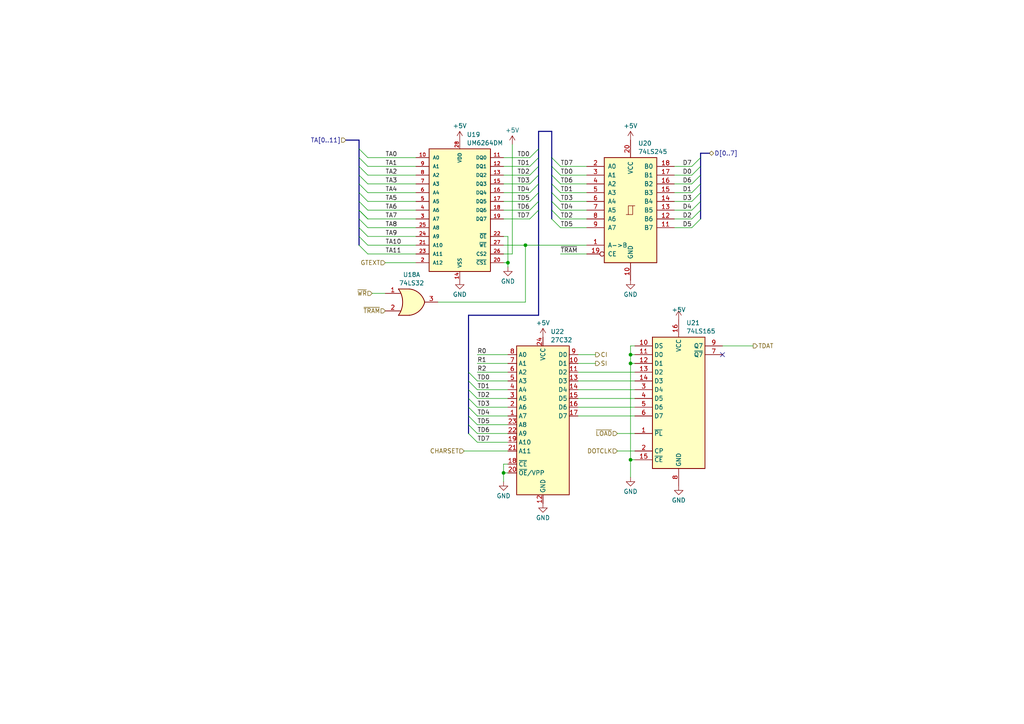
<source format=kicad_sch>
(kicad_sch (version 20231120) (generator "eeschema") (generator_version "8.0")
  (paper "A4")
  (lib_symbols
    (symbol "74xx:74LS165"
      (property "Reference" "U" (at -7.62 19.05 0))
      (property "Value" "74LS165" (at -7.62 -21.59 0))
      (symbol "74LS165_1_0"
        (pin input line (at -12.7 -10.16 0) (length 5.08) (name "~{PL}") (number "1"))
        (pin input line (at -12.7 15.24 0) (length 5.08) (name "DS") (number "10"))
        (pin input line (at -12.7 12.7 0) (length 5.08) (name "D0") (number "11"))
        (pin input line (at -12.7 10.16 0) (length 5.08) (name "D1") (number "12"))
        (pin input line (at -12.7 7.62 0) (length 5.08) (name "D2") (number "13"))
        (pin input line (at -12.7 5.08 0) (length 5.08) (name "D3") (number "14"))
        (pin input line (at -12.7 -17.78 0) (length 5.08) (name "~{CE}") (number "15"))
        (pin power_in line (at 0 22.86 270) (length 5.08) (name "VCC") (number "16"))
        (pin input line (at -12.7 -15.24 0) (length 5.08) (name "CP") (number "2"))
        (pin input line (at -12.7 2.54 0) (length 5.08) (name "D4") (number "3"))
        (pin input line (at -12.7 0 0) (length 5.08) (name "D5") (number "4"))
        (pin input line (at -12.7 -2.54 0) (length 5.08) (name "D6") (number "5"))
        (pin input line (at -12.7 -5.08 0) (length 5.08) (name "D7") (number "6"))
        (pin output line (at 12.7 12.7 180) (length 5.08) (name "~{Q7}") (number "7"))
        (pin power_in line (at 0 -25.4 90) (length 5.08) (name "GND") (number "8"))
        (pin output line (at 12.7 15.24 180) (length 5.08) (name "Q7") (number "9"))
      )
      (symbol "74LS165_1_1"
        (rectangle (start -7.62 17.78) (end 7.62 -20.32) (stroke (width 0.254)) (fill (type background)))
      )
    )
    (symbol "74xx:74LS245" (pin_names (offset 1.016))
      (property "Reference" "U" (at -7.62 16.51 0))
      (property "Value" "74LS245" (at -7.62 -16.51 0))
      (symbol "74LS245_1_0"
        (polyline (pts (xy -0.635 -1.27) (xy -0.635 1.27) (xy 0.635 1.27)))
        (polyline (pts (xy -1.27 -1.27) (xy 0.635 -1.27) (xy 0.635 1.27) (xy 1.27 1.27)))
        (pin input line (at -12.7 -10.16 0) (length 5.08) (name "A->B") (number "1"))
        (pin power_in line (at 0 -20.32 90) (length 5.08) (name "GND") (number "10"))
        (pin tri_state line (at 12.7 -5.08 180) (length 5.08) (name "B7") (number "11"))
        (pin tri_state line (at 12.7 -2.54 180) (length 5.08) (name "B6") (number "12"))
        (pin tri_state line (at 12.7 0 180) (length 5.08) (name "B5") (number "13"))
        (pin tri_state line (at 12.7 2.54 180) (length 5.08) (name "B4") (number "14"))
        (pin tri_state line (at 12.7 5.08 180) (length 5.08) (name "B3") (number "15"))
        (pin tri_state line (at 12.7 7.62 180) (length 5.08) (name "B2") (number "16"))
        (pin tri_state line (at 12.7 10.16 180) (length 5.08) (name "B1") (number "17"))
        (pin tri_state line (at 12.7 12.7 180) (length 5.08) (name "B0") (number "18"))
        (pin input inverted (at -12.7 -12.7 0) (length 5.08) (name "CE") (number "19"))
        (pin tri_state line (at -12.7 12.7 0) (length 5.08) (name "A0") (number "2"))
        (pin power_in line (at 0 20.32 270) (length 5.08) (name "VCC") (number "20"))
        (pin tri_state line (at -12.7 10.16 0) (length 5.08) (name "A1") (number "3"))
        (pin tri_state line (at -12.7 7.62 0) (length 5.08) (name "A2") (number "4"))
        (pin tri_state line (at -12.7 5.08 0) (length 5.08) (name "A3") (number "5"))
        (pin tri_state line (at -12.7 2.54 0) (length 5.08) (name "A4") (number "6"))
        (pin tri_state line (at -12.7 0 0) (length 5.08) (name "A5") (number "7"))
        (pin tri_state line (at -12.7 -2.54 0) (length 5.08) (name "A6") (number "8"))
        (pin tri_state line (at -12.7 -5.08 0) (length 5.08) (name "A7") (number "9"))
      )
      (symbol "74LS245_1_1"
        (rectangle (start -7.62 15.24) (end 7.62 -15.24) (stroke (width 0.254)) (fill (type background)))
      )
    )
    (symbol "74xx:74LS32" (pin_names (offset 1.016))
      (property "Reference" "U" (at 0 1.27 0))
      (property "Value" "74LS32" (at 0 -1.27 0))
      (symbol "74LS32_1_1"
        (arc (start -3.81 -3.81) (mid -2.589 0) (end -3.81 3.81) (stroke (width 0.254)))
        (arc (start -0.6096 -3.81) (mid 2.1842 -2.5851) (end 3.81 0) (stroke (width 0.254)) (fill (type background)))
        (polyline (pts (xy -3.81 -3.81) (xy -0.635 -3.81)) (stroke (width 0.254)) (fill (type background)))
        (polyline (pts (xy -3.81 3.81) (xy -0.635 3.81)) (stroke (width 0.254)) (fill (type background)))
        (polyline (pts (xy -0.635 3.81) (xy -3.81 3.81) (xy -3.81 3.81) (xy -3.556 3.4036) (xy -3.0226 2.2606) (xy -2.6924 1.0414) (xy -2.6162 -0.254) (xy -2.7686 -1.4986) (xy -3.175 -2.7178) (xy -3.81 -3.81) (xy -3.81 -3.81) (xy -0.635 -3.81)) (stroke (width -25.4)) (fill (type background)))
        (arc (start 3.81 0) (mid 2.1915 2.5936) (end -0.6096 3.81) (stroke (width 0.254)) (fill (type background)))
        (pin input line (at -7.62 2.54 0) (length 4.318) (name "~") (number "1"))
        (pin input line (at -7.62 -2.54 0) (length 4.318) (name "~") (number "2"))
        (pin output line (at 7.62 0 180) (length 3.81) (name "~") (number "3"))
      )
      (symbol "74LS32_1_2"
        (arc (start 0 -3.81) (mid 3.7934 0) (end 0 3.81) (stroke (width 0.254)) (fill (type background)))
        (polyline (pts (xy 0 3.81) (xy -3.81 3.81) (xy -3.81 -3.81) (xy 0 -3.81)) (stroke (width 0.254)) (fill (type background)))
        (pin input inverted (at -7.62 2.54 0) (length 3.81) (name "~") (number "1"))
        (pin input inverted (at -7.62 -2.54 0) (length 3.81) (name "~") (number "2"))
        (pin output inverted (at 7.62 0 180) (length 3.81) (name "~") (number "3"))
      )
      (symbol "74LS32_2_1"
        (arc (start -3.81 -3.81) (mid -2.589 0) (end -3.81 3.81) (stroke (width 0.254)))
        (arc (start -0.6096 -3.81) (mid 2.1842 -2.5851) (end 3.81 0) (stroke (width 0.254)) (fill (type background)))
        (polyline (pts (xy -3.81 -3.81) (xy -0.635 -3.81)) (stroke (width 0.254)) (fill (type background)))
        (polyline (pts (xy -3.81 3.81) (xy -0.635 3.81)) (stroke (width 0.254)) (fill (type background)))
        (polyline (pts (xy -0.635 3.81) (xy -3.81 3.81) (xy -3.81 3.81) (xy -3.556 3.4036) (xy -3.0226 2.2606) (xy -2.6924 1.0414) (xy -2.6162 -0.254) (xy -2.7686 -1.4986) (xy -3.175 -2.7178) (xy -3.81 -3.81) (xy -3.81 -3.81) (xy -0.635 -3.81)) (stroke (width -25.4)) (fill (type background)))
        (arc (start 3.81 0) (mid 2.1915 2.5936) (end -0.6096 3.81) (stroke (width 0.254)) (fill (type background)))
        (pin input line (at -7.62 2.54 0) (length 4.318) (name "~") (number "4"))
        (pin input line (at -7.62 -2.54 0) (length 4.318) (name "~") (number "5"))
        (pin output line (at 7.62 0 180) (length 3.81) (name "~") (number "6"))
      )
      (symbol "74LS32_2_2"
        (arc (start 0 -3.81) (mid 3.7934 0) (end 0 3.81) (stroke (width 0.254)) (fill (type background)))
        (polyline (pts (xy 0 3.81) (xy -3.81 3.81) (xy -3.81 -3.81) (xy 0 -3.81)) (stroke (width 0.254)) (fill (type background)))
        (pin input inverted (at -7.62 2.54 0) (length 3.81) (name "~") (number "4"))
        (pin input inverted (at -7.62 -2.54 0) (length 3.81) (name "~") (number "5"))
        (pin output inverted (at 7.62 0 180) (length 3.81) (name "~") (number "6"))
      )
      (symbol "74LS32_3_1"
        (arc (start -3.81 -3.81) (mid -2.589 0) (end -3.81 3.81) (stroke (width 0.254)))
        (arc (start -0.6096 -3.81) (mid 2.1842 -2.5851) (end 3.81 0) (stroke (width 0.254)) (fill (type background)))
        (polyline (pts (xy -3.81 -3.81) (xy -0.635 -3.81)) (stroke (width 0.254)) (fill (type background)))
        (polyline (pts (xy -3.81 3.81) (xy -0.635 3.81)) (stroke (width 0.254)) (fill (type background)))
        (polyline (pts (xy -0.635 3.81) (xy -3.81 3.81) (xy -3.81 3.81) (xy -3.556 3.4036) (xy -3.0226 2.2606) (xy -2.6924 1.0414) (xy -2.6162 -0.254) (xy -2.7686 -1.4986) (xy -3.175 -2.7178) (xy -3.81 -3.81) (xy -3.81 -3.81) (xy -0.635 -3.81)) (stroke (width -25.4)) (fill (type background)))
        (arc (start 3.81 0) (mid 2.1915 2.5936) (end -0.6096 3.81) (stroke (width 0.254)) (fill (type background)))
        (pin input line (at -7.62 -2.54 0) (length 4.318) (name "~") (number "10"))
        (pin output line (at 7.62 0 180) (length 3.81) (name "~") (number "8"))
        (pin input line (at -7.62 2.54 0) (length 4.318) (name "~") (number "9"))
      )
      (symbol "74LS32_3_2"
        (arc (start 0 -3.81) (mid 3.7934 0) (end 0 3.81) (stroke (width 0.254)) (fill (type background)))
        (polyline (pts (xy 0 3.81) (xy -3.81 3.81) (xy -3.81 -3.81) (xy 0 -3.81)) (stroke (width 0.254)) (fill (type background)))
        (pin input inverted (at -7.62 -2.54 0) (length 3.81) (name "~") (number "10"))
        (pin output inverted (at 7.62 0 180) (length 3.81) (name "~") (number "8"))
        (pin input inverted (at -7.62 2.54 0) (length 3.81) (name "~") (number "9"))
      )
      (symbol "74LS32_4_1"
        (arc (start -3.81 -3.81) (mid -2.589 0) (end -3.81 3.81) (stroke (width 0.254)))
        (arc (start -0.6096 -3.81) (mid 2.1842 -2.5851) (end 3.81 0) (stroke (width 0.254)) (fill (type background)))
        (polyline (pts (xy -3.81 -3.81) (xy -0.635 -3.81)) (stroke (width 0.254)) (fill (type background)))
        (polyline (pts (xy -3.81 3.81) (xy -0.635 3.81)) (stroke (width 0.254)) (fill (type background)))
        (polyline (pts (xy -0.635 3.81) (xy -3.81 3.81) (xy -3.81 3.81) (xy -3.556 3.4036) (xy -3.0226 2.2606) (xy -2.6924 1.0414) (xy -2.6162 -0.254) (xy -2.7686 -1.4986) (xy -3.175 -2.7178) (xy -3.81 -3.81) (xy -3.81 -3.81) (xy -0.635 -3.81)) (stroke (width -25.4)) (fill (type background)))
        (arc (start 3.81 0) (mid 2.1915 2.5936) (end -0.6096 3.81) (stroke (width 0.254)) (fill (type background)))
        (pin output line (at 7.62 0 180) (length 3.81) (name "~") (number "11"))
        (pin input line (at -7.62 2.54 0) (length 4.318) (name "~") (number "12"))
        (pin input line (at -7.62 -2.54 0) (length 4.318) (name "~") (number "13"))
      )
      (symbol "74LS32_4_2"
        (arc (start 0 -3.81) (mid 3.7934 0) (end 0 3.81) (stroke (width 0.254)) (fill (type background)))
        (polyline (pts (xy 0 3.81) (xy -3.81 3.81) (xy -3.81 -3.81) (xy 0 -3.81)) (stroke (width 0.254)) (fill (type background)))
        (pin output inverted (at 7.62 0 180) (length 3.81) (name "~") (number "11"))
        (pin input inverted (at -7.62 2.54 0) (length 3.81) (name "~") (number "12"))
        (pin input inverted (at -7.62 -2.54 0) (length 3.81) (name "~") (number "13"))
      )
      (symbol "74LS32_5_0"
        (pin power_in line (at 0 12.7 270) (length 5.08) (name "VCC") (number "14"))
        (pin power_in line (at 0 -12.7 90) (length 5.08) (name "GND") (number "7"))
      )
      (symbol "74LS32_5_1"
        (rectangle (start -5.08 7.62) (end 5.08 -7.62) (stroke (width 0.254)) (fill (type background)))
      )
    )
    (symbol "my_ics_new:27C32"
      (property "Reference" "U" (at -8.255 26.67 0))
      (property "Value" "27C32" (at -8.89 24.13 0))
      (symbol "27C32_1_1"
        (rectangle (start -7.62 22.86) (end 7.62 -20.32) (stroke (width 0.254)) (fill (type background)))
        (pin input line (at -10.16 2.54 0) (length 2.54) (name "A7") (number "1"))
        (pin tri_state line (at 10.16 17.78 180) (length 2.54) (name "D1") (number "10"))
        (pin tri_state line (at 10.16 15.24 180) (length 2.54) (name "D2") (number "11"))
        (pin power_in line (at 0 -22.86 90) (length 2.54) (name "GND") (number "12"))
        (pin tri_state line (at 10.16 12.7 180) (length 2.54) (name "D3") (number "13"))
        (pin tri_state line (at 10.16 10.16 180) (length 2.54) (name "D4") (number "14"))
        (pin tri_state line (at 10.16 7.62 180) (length 2.54) (name "D5") (number "15"))
        (pin tri_state line (at 10.16 5.08 180) (length 2.54) (name "D6") (number "16"))
        (pin tri_state line (at 10.16 2.54 180) (length 2.54) (name "D7") (number "17"))
        (pin input line (at -10.16 -11.43 0) (length 2.54) (name "~{CE}") (number "18"))
        (pin input line (at -10.16 -5.08 0) (length 2.54) (name "A10") (number "19"))
        (pin input line (at -10.16 5.08 0) (length 2.54) (name "A6") (number "2"))
        (pin input line (at -10.16 -13.97 0) (length 2.54) (name "~{OE}/VPP") (number "20"))
        (pin input line (at -10.16 -7.62 0) (length 2.54) (name "A11") (number "21"))
        (pin input line (at -10.16 -2.54 0) (length 2.54) (name "A9") (number "22"))
        (pin input line (at -10.16 0 0) (length 2.54) (name "A8") (number "23"))
        (pin power_in line (at 0 25.4 270) (length 2.54) (name "VCC") (number "24"))
        (pin no_connect line (at 7.62 0 180) (length 2.54) hide (name "NC") (number "26"))
        (pin input line (at -10.16 7.62 0) (length 2.54) (name "A5") (number "3"))
        (pin input line (at -10.16 10.16 0) (length 2.54) (name "A4") (number "4"))
        (pin input line (at -10.16 12.7 0) (length 2.54) (name "A3") (number "5"))
        (pin input line (at -10.16 15.24 0) (length 2.54) (name "A2") (number "6"))
        (pin input line (at -10.16 17.78 0) (length 2.54) (name "A1") (number "7"))
        (pin input line (at -10.16 20.32 0) (length 2.54) (name "A0") (number "8"))
        (pin tri_state line (at 10.16 20.32 180) (length 2.54) (name "D0") (number "9"))
      )
    )
    (symbol "my_ics_new:UM6264DM" (pin_names (offset 1.016))
      (property "Reference" "U" (at -7.62 19.05 0))
      (property "Value" "UM6264DM" (at 7.62 -19.05 0))
      (symbol "UM6264DM_0_1"
        (rectangle (start -8.89 17.78) (end 8.89 -17.78) (stroke (width 0.254)) (fill (type background)))
      )
      (symbol "UM6264DM_1_1"
        (pin input line (at -12.7 15.24 0) (length 3.81) (name "A0") (number "10"))
        (pin bidirectional line (at 12.7 15.24 180) (length 3.81) (name "DQ0") (number "11"))
        (pin bidirectional line (at 12.7 12.7 180) (length 3.81) (name "DQ1") (number "12"))
        (pin bidirectional line (at 12.7 10.16 180) (length 3.81) (name "DQ2") (number "13"))
        (pin power_in line (at 0 -20.32 90) (length 2.54) (name "VSS") (number "14"))
        (pin bidirectional line (at 12.7 7.62 180) (length 3.81) (name "DQ3") (number "15"))
        (pin bidirectional line (at 12.7 5.08 180) (length 3.81) (name "DQ4") (number "16"))
        (pin bidirectional line (at 12.7 2.54 180) (length 3.81) (name "DQ5") (number "17"))
        (pin bidirectional line (at 12.7 0 180) (length 3.81) (name "DQ6") (number "18"))
        (pin bidirectional line (at 12.7 -2.54 180) (length 3.81) (name "DQ7") (number "19"))
        (pin input line (at -12.7 -15.24 0) (length 3.81) (name "A12") (number "2"))
        (pin bidirectional line (at 12.7 -15.24 180) (length 3.81) (name "~{CS1}") (number "20"))
        (pin input line (at -12.7 -10.16 0) (length 3.81) (name "A10") (number "21"))
        (pin input line (at 12.7 -7.62 180) (length 3.81) (name "~{OE}") (number "22"))
        (pin input line (at -12.7 -12.7 0) (length 3.81) (name "A11") (number "23"))
        (pin input line (at -12.7 -7.62 0) (length 3.81) (name "A9") (number "24"))
        (pin input line (at -12.7 -5.08 0) (length 3.81) (name "A8") (number "25"))
        (pin bidirectional line (at 12.7 -12.7 180) (length 3.81) (name "CS2") (number "26"))
        (pin input line (at 12.7 -10.16 180) (length 3.81) (name "~{WE}") (number "27"))
        (pin power_in line (at 0 20.32 270) (length 2.54) (name "VDD") (number "28"))
        (pin input line (at -12.7 -2.54 0) (length 3.81) (name "A7") (number "3"))
        (pin input line (at -12.7 0 0) (length 3.81) (name "A6") (number "4"))
        (pin input line (at -12.7 2.54 0) (length 3.81) (name "A5") (number "5"))
        (pin input line (at -12.7 5.08 0) (length 3.81) (name "A4") (number "6"))
        (pin input line (at -12.7 7.62 0) (length 3.81) (name "A3") (number "7"))
        (pin input line (at -12.7 10.16 0) (length 3.81) (name "A2") (number "8"))
        (pin input line (at -12.7 12.7 0) (length 3.81) (name "A1") (number "9"))
      )
    )
    (symbol "power:+5V" (power) (pin_names (offset 0))
      (property "Value" "+5V" (at 0 3.556 0))
      (symbol "+5V_0_1"
        (polyline (pts (xy -0.762 1.27) (xy 0 2.54)))
        (polyline (pts (xy 0 0) (xy 0 2.54)))
        (polyline (pts (xy 0 2.54) (xy 0.762 1.27)))
      )
      (symbol "+5V_1_1"
        (pin power_in line (at 0 0 90) (length 0) hide (name "+5V") (number "1"))
      )
    )
    (symbol "power:GND" (power) (pin_names (offset 0))
      (property "Value" "GND" (at 0 -3.81 0))
      (symbol "GND_0_1"
        (polyline (pts (xy 0 0) (xy 0 -1.27) (xy 1.27 -1.27) (xy 0 -2.54) (xy -1.27 -1.27) (xy 0 -1.27)))
      )
      (symbol "GND_1_1"
        (pin power_in line (at 0 0 270) (length 0) hide (name "GND") (number "1"))
      )
    )
  )
  (junction (at 182.88 105.41))
  (junction (at 147.32 76.2))
  (junction (at 182.88 102.87))
  (junction (at 182.88 133.35))
  (junction (at 146.05 137.16))
  (junction (at 152.4 71.12))
  (no_connect (at 209.55 102.87))
  (bus_entry (at 104.14 68.58) (size 2.54 2.54))
  (bus_entry (at 156.21 60.96) (size -2.54 2.54))
  (bus_entry (at 203.2 53.34) (size -2.54 2.54))
  (bus_entry (at 135.89 123.19) (size 2.54 2.54))
  (bus_entry (at 156.21 53.34) (size -2.54 2.54))
  (bus_entry (at 160.02 53.34) (size 2.54 2.54))
  (bus_entry (at 135.89 113.03) (size 2.54 2.54))
  (bus_entry (at 135.89 120.65) (size 2.54 2.54))
  (bus_entry (at 104.14 60.96) (size 2.54 2.54))
  (bus_entry (at 104.14 55.88) (size 2.54 2.54))
  (bus_entry (at 104.14 43.18) (size 2.54 2.54))
  (bus_entry (at 203.2 55.88) (size -2.54 2.54))
  (bus_entry (at 160.02 48.26) (size 2.54 2.54))
  (bus_entry (at 104.14 63.5) (size 2.54 2.54))
  (bus_entry (at 104.14 66.04) (size 2.54 2.54))
  (bus_entry (at 135.89 107.95) (size 2.54 2.54))
  (bus_entry (at 135.89 115.57) (size 2.54 2.54))
  (bus_entry (at 135.89 125.73) (size 2.54 2.54))
  (bus_entry (at 156.21 45.72) (size -2.54 2.54))
  (bus_entry (at 104.14 71.12) (size 2.54 2.54))
  (bus_entry (at 160.02 60.96) (size 2.54 2.54))
  (bus_entry (at 104.14 45.72) (size 2.54 2.54))
  (bus_entry (at 160.02 45.72) (size 2.54 2.54))
  (bus_entry (at 104.14 53.34) (size 2.54 2.54))
  (bus_entry (at 203.2 58.42) (size -2.54 2.54))
  (bus_entry (at 160.02 63.5) (size 2.54 2.54))
  (bus_entry (at 104.14 58.42) (size 2.54 2.54))
  (bus_entry (at 135.89 110.49) (size 2.54 2.54))
  (bus_entry (at 135.89 118.11) (size 2.54 2.54))
  (bus_entry (at 160.02 55.88) (size 2.54 2.54))
  (bus_entry (at 203.2 48.26) (size -2.54 2.54))
  (bus_entry (at 156.21 55.88) (size -2.54 2.54))
  (bus_entry (at 104.14 50.8) (size 2.54 2.54))
  (bus_entry (at 156.21 58.42) (size -2.54 2.54))
  (bus_entry (at 104.14 48.26) (size 2.54 2.54))
  (bus_entry (at 156.21 43.18) (size -2.54 2.54))
  (bus_entry (at 160.02 50.8) (size 2.54 2.54))
  (bus_entry (at 160.02 58.42) (size 2.54 2.54))
  (bus_entry (at 156.21 50.8) (size -2.54 2.54))
  (bus_entry (at 203.2 63.5) (size -2.54 2.54))
  (bus_entry (at 104.14 60.96) (size 2.54 2.54))
  (bus_entry (at 156.21 48.26) (size -2.54 2.54))
  (bus_entry (at 203.2 45.72) (size -2.54 2.54))
  (bus_entry (at 203.2 60.96) (size -2.54 2.54))
  (bus_entry (at 203.2 50.8) (size -2.54 2.54))
  (wire (pts (xy 209.55 100.33) (xy 218.44 100.33)))
  (wire (pts (xy 195.58 63.5) (xy 200.66 63.5)))
  (wire (pts (xy 182.88 105.41) (xy 182.88 133.35)))
  (wire (pts (xy 146.05 134.62) (xy 146.05 137.16)))
  (wire (pts (xy 162.56 60.96) (xy 170.18 60.96)))
  (bus (pts (xy 135.89 120.65) (xy 135.89 123.19)))
  (bus (pts (xy 135.89 113.03) (xy 135.89 115.57)))
  (wire (pts (xy 138.43 120.65) (xy 147.32 120.65)))
  (wire (pts (xy 167.64 113.03) (xy 184.15 113.03)))
  (wire (pts (xy 153.67 53.34) (xy 146.05 53.34)))
  (bus (pts (xy 160.02 63.5) (xy 160.02 60.96)))
  (wire (pts (xy 162.56 53.34) (xy 170.18 53.34)))
  (wire (pts (xy 152.4 71.12) (xy 170.18 71.12)))
  (wire (pts (xy 148.59 41.91) (xy 148.59 73.66)))
  (bus (pts (xy 135.89 107.95) (xy 135.89 110.49)))
  (bus (pts (xy 104.14 40.64) (xy 104.14 43.18)))
  (wire (pts (xy 146.05 137.16) (xy 147.32 137.16)))
  (wire (pts (xy 138.43 110.49) (xy 147.32 110.49)))
  (wire (pts (xy 146.05 71.12) (xy 152.4 71.12)))
  (bus (pts (xy 104.14 68.58) (xy 104.14 71.12)))
  (wire (pts (xy 146.05 73.66) (xy 148.59 73.66)))
  (bus (pts (xy 156.21 45.72) (xy 156.21 48.26)))
  (bus (pts (xy 205.74 44.45) (xy 203.2 44.45)))
  (bus (pts (xy 160.02 53.34) (xy 160.02 50.8)))
  (bus (pts (xy 203.2 48.26) (xy 203.2 50.8)))
  (wire (pts (xy 167.64 110.49) (xy 184.15 110.49)))
  (wire (pts (xy 162.56 58.42) (xy 170.18 58.42)))
  (wire (pts (xy 182.88 102.87) (xy 184.15 102.87)))
  (wire (pts (xy 182.88 133.35) (xy 182.88 138.43)))
  (wire (pts (xy 182.88 102.87) (xy 182.88 105.41)))
  (wire (pts (xy 182.88 100.33) (xy 182.88 102.87)))
  (wire (pts (xy 138.43 105.41) (xy 147.32 105.41)))
  (wire (pts (xy 106.68 60.96) (xy 120.65 60.96)))
  (bus (pts (xy 203.2 60.96) (xy 203.2 63.5)))
  (bus (pts (xy 160.02 50.8) (xy 160.02 48.26)))
  (bus (pts (xy 156.21 53.34) (xy 156.21 55.88)))
  (wire (pts (xy 138.43 128.27) (xy 147.32 128.27)))
  (bus (pts (xy 156.21 91.44) (xy 135.89 91.44)))
  (bus (pts (xy 160.02 48.26) (xy 160.02 45.72)))
  (bus (pts (xy 135.89 91.44) (xy 135.89 107.95)))
  (bus (pts (xy 156.21 58.42) (xy 156.21 60.96)))
  (wire (pts (xy 106.68 45.72) (xy 120.65 45.72)))
  (wire (pts (xy 106.68 68.58) (xy 120.65 68.58)))
  (bus (pts (xy 104.14 53.34) (xy 104.14 55.88)))
  (wire (pts (xy 106.68 55.88) (xy 120.65 55.88)))
  (wire (pts (xy 106.68 63.5) (xy 120.65 63.5)))
  (bus (pts (xy 156.21 55.88) (xy 156.21 58.42)))
  (wire (pts (xy 167.64 118.11) (xy 184.15 118.11)))
  (wire (pts (xy 153.67 58.42) (xy 146.05 58.42)))
  (wire (pts (xy 138.43 102.87) (xy 147.32 102.87)))
  (bus (pts (xy 203.2 45.72) (xy 203.2 48.26)))
  (bus (pts (xy 203.2 55.88) (xy 203.2 58.42)))
  (bus (pts (xy 160.02 55.88) (xy 160.02 53.34)))
  (wire (pts (xy 138.43 113.03) (xy 147.32 113.03)))
  (wire (pts (xy 153.67 63.5) (xy 146.05 63.5)))
  (bus (pts (xy 160.02 38.1) (xy 156.21 38.1)))
  (bus (pts (xy 104.14 60.96) (xy 104.14 63.5)))
  (bus (pts (xy 156.21 60.96) (xy 156.21 91.44)))
  (bus (pts (xy 104.14 55.88) (xy 104.14 58.42)))
  (wire (pts (xy 153.67 45.72) (xy 146.05 45.72)))
  (bus (pts (xy 135.89 110.49) (xy 135.89 113.03)))
  (wire (pts (xy 195.58 60.96) (xy 200.66 60.96)))
  (wire (pts (xy 162.56 48.26) (xy 170.18 48.26)))
  (bus (pts (xy 135.89 115.57) (xy 135.89 118.11)))
  (wire (pts (xy 152.4 87.63) (xy 152.4 71.12)))
  (wire (pts (xy 172.72 102.87) (xy 167.64 102.87)))
  (wire (pts (xy 134.62 130.81) (xy 147.32 130.81)))
  (bus (pts (xy 104.14 58.42) (xy 104.14 60.96)))
  (bus (pts (xy 104.14 45.72) (xy 104.14 48.26)))
  (bus (pts (xy 203.2 58.42) (xy 203.2 60.96)))
  (wire (pts (xy 106.68 48.26) (xy 120.65 48.26)))
  (wire (pts (xy 162.56 66.04) (xy 170.18 66.04)))
  (wire (pts (xy 162.56 63.5) (xy 170.18 63.5)))
  (wire (pts (xy 106.68 73.66) (xy 120.65 73.66)))
  (wire (pts (xy 147.32 134.62) (xy 146.05 134.62)))
  (bus (pts (xy 156.21 43.18) (xy 156.21 45.72)))
  (wire (pts (xy 195.58 53.34) (xy 200.66 53.34)))
  (bus (pts (xy 104.14 50.8) (xy 104.14 53.34)))
  (wire (pts (xy 162.56 50.8) (xy 170.18 50.8)))
  (wire (pts (xy 179.07 130.81) (xy 184.15 130.81)))
  (bus (pts (xy 160.02 60.96) (xy 160.02 58.42)))
  (wire (pts (xy 138.43 118.11) (xy 147.32 118.11)))
  (wire (pts (xy 106.68 58.42) (xy 120.65 58.42)))
  (bus (pts (xy 203.2 53.34) (xy 203.2 55.88)))
  (wire (pts (xy 147.32 76.2) (xy 147.32 77.47)))
  (bus (pts (xy 104.14 66.04) (xy 104.14 68.58)))
  (wire (pts (xy 195.58 55.88) (xy 200.66 55.88)))
  (bus (pts (xy 100.33 40.64) (xy 104.14 40.64)))
  (wire (pts (xy 153.67 48.26) (xy 146.05 48.26)))
  (bus (pts (xy 160.02 58.42) (xy 160.02 55.88)))
  (wire (pts (xy 106.68 53.34) (xy 120.65 53.34)))
  (wire (pts (xy 179.07 125.73) (xy 184.15 125.73)))
  (bus (pts (xy 156.21 50.8) (xy 156.21 53.34)))
  (wire (pts (xy 146.05 76.2) (xy 147.32 76.2)))
  (wire (pts (xy 162.56 73.66) (xy 170.18 73.66)))
  (wire (pts (xy 167.64 107.95) (xy 184.15 107.95)))
  (wire (pts (xy 138.43 125.73) (xy 147.32 125.73)))
  (bus (pts (xy 104.14 48.26) (xy 104.14 50.8)))
  (bus (pts (xy 203.2 50.8) (xy 203.2 53.34)))
  (wire (pts (xy 138.43 107.95) (xy 147.32 107.95)))
  (bus (pts (xy 156.21 48.26) (xy 156.21 50.8)))
  (bus (pts (xy 156.21 38.1) (xy 156.21 43.18)))
  (wire (pts (xy 138.43 115.57) (xy 147.32 115.57)))
  (bus (pts (xy 104.14 63.5) (xy 104.14 66.04)))
  (wire (pts (xy 147.32 68.58) (xy 147.32 76.2)))
  (bus (pts (xy 160.02 45.72) (xy 160.02 38.1)))
  (bus (pts (xy 203.2 44.45) (xy 203.2 45.72)))
  (wire (pts (xy 172.72 105.41) (xy 167.64 105.41)))
  (wire (pts (xy 195.58 50.8) (xy 200.66 50.8)))
  (bus (pts (xy 135.89 118.11) (xy 135.89 120.65)))
  (bus (pts (xy 104.14 43.18) (xy 104.14 45.72)))
  (wire (pts (xy 167.64 120.65) (xy 184.15 120.65)))
  (wire (pts (xy 184.15 100.33) (xy 182.88 100.33)))
  (wire (pts (xy 146.05 137.16) (xy 146.05 139.7)))
  (wire (pts (xy 111.76 76.2) (xy 120.65 76.2)))
  (wire (pts (xy 153.67 60.96) (xy 146.05 60.96)))
  (wire (pts (xy 182.88 133.35) (xy 184.15 133.35)))
  (wire (pts (xy 153.67 55.88) (xy 146.05 55.88)))
  (wire (pts (xy 138.43 123.19) (xy 147.32 123.19)))
  (wire (pts (xy 146.05 68.58) (xy 147.32 68.58)))
  (wire (pts (xy 167.64 115.57) (xy 184.15 115.57)))
  (wire (pts (xy 107.95 85.09) (xy 111.76 85.09)))
  (wire (pts (xy 162.56 55.88) (xy 170.18 55.88)))
  (wire (pts (xy 106.68 66.04) (xy 120.65 66.04)))
  (wire (pts (xy 106.68 50.8) (xy 120.65 50.8)))
  (wire (pts (xy 153.67 50.8) (xy 146.05 50.8)))
  (wire (pts (xy 195.58 48.26) (xy 200.66 48.26)))
  (wire (pts (xy 182.88 105.41) (xy 184.15 105.41)))
  (wire (pts (xy 195.58 66.04) (xy 200.66 66.04)))
  (bus (pts (xy 135.89 123.19) (xy 135.89 125.73)))
  (wire (pts (xy 127 87.63) (xy 152.4 87.63)))
  (wire (pts (xy 195.58 58.42) (xy 200.66 58.42)))
  (wire (pts (xy 106.68 71.12) (xy 120.65 71.12)))
  (label "TA5" (at 111.76 58.42 0))
  (label "TA2" (at 111.76 50.8 0))
  (label "D5" (at 200.66 66.04 180))
  (label "TA9" (at 111.76 68.58 0))
  (label "TD4" (at 138.43 120.65 0))
  (label "TA0" (at 111.76 45.72 0))
  (label "D7" (at 200.66 48.26 180))
  (label "TD4" (at 153.67 55.88 180))
  (label "TA6" (at 111.76 60.96 0))
  (label "D0" (at 200.66 50.8 180))
  (label "TD2" (at 162.56 63.5 0))
  (label "D4" (at 200.66 60.96 180))
  (label "TA10" (at 111.76 71.12 0))
  (label "TD6" (at 162.56 53.34 0))
  (label "D1" (at 200.66 55.88 180))
  (label "TD1" (at 153.67 48.26 180))
  (label "TD5" (at 153.67 58.42 180))
  (label "R0" (at 138.43 102.87 0))
  (label "TD7" (at 162.56 48.26 0))
  (label "TD0" (at 138.43 110.49 0))
  (label "R2" (at 138.43 107.95 0))
  (label "TD0" (at 162.56 50.8 0))
  (label "TD2" (at 153.67 50.8 180))
  (label "TD0" (at 153.67 45.72 180))
  (label "TD7" (at 153.67 63.5 180))
  (label "TD1" (at 138.43 113.03 0))
  (label "TA1" (at 111.76 48.26 0))
  (label "TA11" (at 111.76 73.66 0))
  (label "TD6" (at 138.43 125.73 0))
  (label "TA7" (at 111.76 63.5 0))
  (label "TD1" (at 162.56 55.88 0))
  (label "TD4" (at 162.56 60.96 0))
  (label "~{TRAM}" (at 162.56 73.66 0))
  (label "D6" (at 200.66 53.34 180))
  (label "TD5" (at 138.43 123.19 0))
  (label "D3" (at 200.66 58.42 180))
  (label "TD3" (at 138.43 118.11 0))
  (label "TD3" (at 153.67 53.34 180))
  (label "R1" (at 138.43 105.41 0))
  (label "TD6" (at 153.67 60.96 180))
  (label "TA8" (at 111.76 66.04 0))
  (label "TD5" (at 162.56 66.04 0))
  (label "TA3" (at 111.76 53.34 0))
  (label "TD3" (at 162.56 58.42 0))
  (label "TD2" (at 138.43 115.57 0))
  (label "TA4" (at 111.76 55.88 0))
  (label "D2" (at 200.66 63.5 180))
  (label "TD7" (at 138.43 128.27 0))
  (hierarchical_label "GTEXT" (shape input) (at 111.76 76.2 180))
  (hierarchical_label "CHARSET" (shape input) (at 134.62 130.81 180))
  (hierarchical_label "SI" (shape output) (at 172.72 105.41 0))
  (hierarchical_label "~{LOAD}" (shape input) (at 179.07 125.73 180))
  (hierarchical_label "DOTCLK" (shape input) (at 179.07 130.81 180))
  (hierarchical_label "D[0..7]" (shape bidirectional) (at 205.74 44.45 0))
  (hierarchical_label "~{TRAM}" (shape input) (at 111.76 90.17 180))
  (hierarchical_label "TDAT" (shape output) (at 218.44 100.33 0))
  (hierarchical_label "~{WR}" (shape input) (at 107.95 85.09 180))
  (hierarchical_label "TA[0..11]" (shape input) (at 100.33 40.64 180))
  (hierarchical_label "CI" (shape output) (at 172.72 102.87 0))
  (symbol (lib_id "74xx:74LS245") (at 182.88 60.96 0) (unit 1)
    (property "Reference" "U20" (at 185.0741 41.5757 0) (effects (justify left)))
    (property "Value" "74LS245" (at 185.0741 43.9999 0) (effects (justify left)))
    (property "Footprint" "Package_DIP:DIP-20_W7.62mm_LongPads" (effects (hide yes)))
    (property "Datasheet" "http://www.ti.com/lit/gpn/sn74LS245" (effects (hide yes)))
  )
  (symbol (lib_id "power:GND") (at 133.35 81.28 0) (unit 1)
    (property "Reference" "#PWR054" (effects (hide yes)))
    (property "Value" "GND" (at 133.35 85.4131 0))
  )
  (symbol (lib_id "power:GND") (at 182.88 138.43 0) (unit 1)
    (property "Reference" "#PWR063" (effects (hide yes)))
    (property "Value" "GND" (at 182.88 142.5631 0))
  )
  (symbol (lib_id "power:+5V") (at 148.59 41.91 0) (unit 1)
    (property "Reference" "#PWR057" (effects (hide yes)))
    (property "Value" "+5V" (at 148.59 37.7769 0))
  )
  (symbol (lib_id "power:+5V") (at 157.48 97.79 0) (unit 1)
    (property "Reference" "#PWR058" (effects (hide yes)))
    (property "Value" "+5V" (at 157.48 93.6569 0))
  )
  (symbol (lib_id "power:+5V") (at 196.85 92.71 0) (unit 1)
    (property "Reference" "#PWR064" (effects (hide yes)))
    (property "Value" "+5V" (at 196.85 89.8469 0))
  )
  (symbol (lib_id "my_ics_new:27C32") (at 157.48 123.19 0) (unit 1)
    (property "Reference" "U22" (at 159.6741 96.1857 0) (effects (justify left)))
    (property "Value" "27C32" (at 159.6741 98.6099 0) (effects (justify left)))
    (property "Footprint" "Package_DIP:DIP-24_W15.24mm" (effects (hide yes)))
  )
  (symbol (lib_id "power:GND") (at 157.48 146.05 0) (unit 1)
    (property "Reference" "#PWR059" (effects (hide yes)))
    (property "Value" "GND" (at 157.48 150.1831 0))
  )
  (symbol (lib_id "power:+5V") (at 133.35 40.64 0) (unit 1)
    (property "Reference" "#PWR053" (effects (hide yes)))
    (property "Value" "+5V" (at 133.35 36.5069 0))
  )
  (symbol (lib_id "74xx:74LS32") (at 119.38 87.63 0) (unit 1)
    (property "Reference" "U18" (at 119.38 79.6757 0))
    (property "Value" "74LS32" (at 119.38 82.0999 0))
    (property "Footprint" "Package_DIP:DIP-14_W7.62mm_LongPads" (effects (hide yes)))
    (property "Datasheet" "http://www.ti.com/lit/gpn/sn74LS32" (effects (hide yes)))
  )
  (symbol (lib_id "power:GND") (at 147.32 77.47 0) (unit 1)
    (property "Reference" "#PWR056" (effects (hide yes)))
    (property "Value" "GND" (at 147.32 81.6031 0))
  )
  (symbol (lib_id "74xx:74LS165") (at 196.85 115.57 0) (unit 1)
    (property "Reference" "U21" (at 199.0441 93.6457 0) (effects (justify left)))
    (property "Value" "74LS165" (at 199.0441 96.0699 0) (effects (justify left)))
    (property "Footprint" "Package_DIP:DIP-16_W7.62mm_LongPads" (effects (hide yes)))
    (property "Datasheet" "https://www.ti.com/lit/ds/symlink/sn74ls165a.pdf" (effects (hide yes)))
  )
  (symbol (lib_id "power:GND") (at 146.05 139.7 0) (unit 1)
    (property "Reference" "#PWR055" (effects (hide yes)))
    (property "Value" "GND" (at 146.05 143.8331 0))
  )
  (symbol (lib_id "my_ics_new:UM6264DM") (at 133.35 60.96 0) (unit 1)
    (property "Reference" "U19" (at 135.3694 39.0357 0) (effects (justify left)))
    (property "Value" "UM6264DM" (at 135.3694 41.4599 0) (effects (justify left)))
    (property "Footprint" "Package_DIP:DIP-28_W15.24mm_LongPads" (effects (hide yes)))
    (property "Datasheet" "http://www.cypress.com/?mpn=FM16W08-SG" (effects (hide yes)))
  )
  (symbol (lib_id "power:GND") (at 182.88 81.28 0) (unit 1)
    (property "Reference" "#PWR062" (effects (hide yes)))
    (property "Value" "GND" (at 182.88 85.4131 0))
  )
  (symbol (lib_id "power:GND") (at 196.85 140.97 0) (unit 1)
    (property "Reference" "#PWR065" (effects (hide yes)))
    (property "Value" "GND" (at 196.85 145.1031 0))
  )
  (symbol (lib_id "power:+5V") (at 182.88 40.64 0) (unit 1)
    (property "Reference" "#PWR060" (effects (hide yes)))
    (property "Value" "+5V" (at 182.88 36.5069 0))
  )
)
</source>
